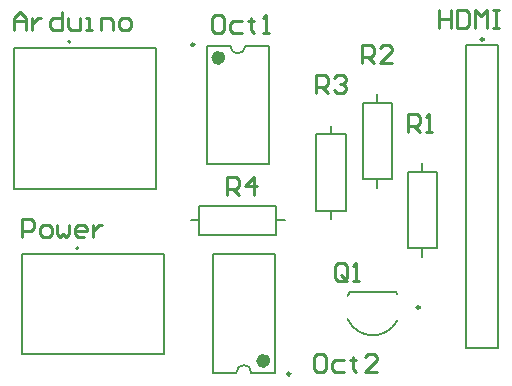
<source format=gbr>
%TF.GenerationSoftware,Altium Limited,Altium Designer,24.10.1 (45)*%
G04 Layer_Color=65535*
%FSLAX45Y45*%
%MOMM*%
%TF.SameCoordinates,84579A9D-6CBE-44F1-8994-53D447095AA9*%
%TF.FilePolarity,Positive*%
%TF.FileFunction,Legend,Top*%
%TF.Part,Single*%
G01*
G75*
%TA.AperFunction,NonConductor*%
%ADD22C,0.20000*%
%ADD23C,0.25000*%
%ADD24C,0.60000*%
%ADD25C,0.12700*%
%ADD26C,0.25400*%
D22*
X1892300Y2862200D02*
G03*
X2019300Y2862200I63500J0D01*
G01*
X2070100Y96900D02*
G03*
X1943100Y96900I-63500J0D01*
G01*
X606900Y1149700D02*
G03*
X606900Y1149700I-10000J0D01*
G01*
X540400Y2897900D02*
G03*
X540400Y2897900I-10000J0D01*
G01*
X2885870Y548273D02*
G03*
X3306466Y537700I212930J99427D01*
G01*
X2905401Y781202D02*
G03*
X2885851Y747090I193399J-133502D01*
G01*
X3306486Y757664D02*
G03*
X3292199Y781202I-207686J-109964D01*
G01*
X1690800Y1862200D02*
Y2862200D01*
X2220800Y1862200D02*
Y2862200D01*
X1690800D02*
X1892300D01*
X2019300D02*
X2220800D01*
X1690800Y1862200D02*
X2220800D01*
X1630800Y1509300D02*
X2280800D01*
Y1259300D02*
Y1509300D01*
X1630800Y1259300D02*
X2280800D01*
X1630800D02*
Y1509300D01*
X1558300Y1384300D02*
X1630800D01*
X2280800D02*
X2353300D01*
X2271600Y96900D02*
Y1096900D01*
X1741600Y96900D02*
Y1096900D01*
X2070100Y96900D02*
X2271600D01*
X1741600D02*
X1943100D01*
X1741600Y1096900D02*
X2271600D01*
X3261900Y1732400D02*
Y2382400D01*
X3011900Y1732400D02*
X3261900D01*
X3011900D02*
Y2382400D01*
X3261900D01*
X3136900D02*
Y2454900D01*
Y1659900D02*
Y1732400D01*
X2618200Y1465700D02*
Y2115700D01*
X2868200D01*
Y1465700D02*
Y2115700D01*
X2618200Y1465700D02*
X2868200D01*
X2743200Y1393200D02*
Y1465700D01*
Y2115700D02*
Y2188200D01*
X3642900Y1148200D02*
Y1798200D01*
X3392900Y1148200D02*
X3642900D01*
X3392900D02*
Y1798200D01*
X3642900D01*
X3517900D02*
Y1870700D01*
Y1075700D02*
Y1148200D01*
X3891400Y302500D02*
Y2872500D01*
X4160400D01*
Y302500D02*
Y2872500D01*
X3891400Y302500D02*
X4160400D01*
X2905400Y781200D02*
X3292200D01*
D23*
X1587300Y2873200D02*
G03*
X1587300Y2873200I-12500J0D01*
G01*
X2400100Y85900D02*
G03*
X2400100Y85900I-12500J0D01*
G01*
X4038400Y2917500D02*
G03*
X4038400Y2917500I-12500J0D01*
G01*
X3496300Y647700D02*
G03*
X3496300Y647700I-12500J0D01*
G01*
D24*
X1820800Y2762200D02*
G03*
X1820800Y2762200I-30000J0D01*
G01*
X2201600Y196900D02*
G03*
X2201600Y196900I-30000J0D01*
G01*
D25*
X126900Y249700D02*
Y1099700D01*
Y249700D02*
X1326900D01*
Y1099700D01*
X126900D02*
X1326900D01*
X1260400Y1647900D02*
Y2847900D01*
X60400Y1647900D02*
X1260400D01*
X60400D02*
Y2847900D01*
X1260400D01*
D26*
X1816154Y3124175D02*
X1765370D01*
X1739978Y3098783D01*
Y2997217D01*
X1765370Y2971825D01*
X1816154D01*
X1841545Y2997217D01*
Y3098783D01*
X1816154Y3124175D01*
X1993896Y3073392D02*
X1917721D01*
X1892329Y3048000D01*
Y2997217D01*
X1917721Y2971825D01*
X1993896D01*
X2070072Y3098783D02*
Y3073392D01*
X2044680D01*
X2095463D01*
X2070072D01*
Y2997217D01*
X2095463Y2971825D01*
X2171639D02*
X2222422D01*
X2197030D01*
Y3124175D01*
X2171639Y3098783D01*
X1866941Y1600225D02*
Y1752575D01*
X1943117D01*
X1968508Y1727183D01*
Y1676400D01*
X1943117Y1651008D01*
X1866941D01*
X1917725D02*
X1968508Y1600225D01*
X2095467D02*
Y1752575D01*
X2019292Y1676400D01*
X2120859D01*
X2679762Y253975D02*
X2628978D01*
X2603586Y228583D01*
Y127017D01*
X2628978Y101625D01*
X2679762D01*
X2705154Y127017D01*
Y228583D01*
X2679762Y253975D01*
X2857504Y203192D02*
X2781329D01*
X2755937Y177800D01*
Y127017D01*
X2781329Y101625D01*
X2857504D01*
X2933680Y228583D02*
Y203192D01*
X2908288D01*
X2959071D01*
X2933680D01*
Y127017D01*
X2959071Y101625D01*
X3136814D02*
X3035247D01*
X3136814Y203192D01*
Y228583D01*
X3111422Y253975D01*
X3060639D01*
X3035247Y228583D01*
X124460Y1247140D02*
Y1399491D01*
X200635D01*
X226027Y1374099D01*
Y1323315D01*
X200635Y1297923D01*
X124460D01*
X302203Y1247140D02*
X352986D01*
X378378Y1272532D01*
Y1323315D01*
X352986Y1348707D01*
X302203D01*
X276811Y1323315D01*
Y1272532D01*
X302203Y1247140D01*
X429161Y1348707D02*
Y1272532D01*
X454553Y1247140D01*
X479945Y1272532D01*
X505337Y1247140D01*
X530729Y1272532D01*
Y1348707D01*
X657688Y1247140D02*
X606904D01*
X581512Y1272532D01*
Y1323315D01*
X606904Y1348707D01*
X657688D01*
X683079Y1323315D01*
Y1297923D01*
X581512D01*
X733863Y1348707D02*
Y1247140D01*
Y1297923D01*
X759255Y1323315D01*
X784646Y1348707D01*
X810038D01*
X3009941Y2717825D02*
Y2870175D01*
X3086117D01*
X3111508Y2844783D01*
Y2794000D01*
X3086117Y2768608D01*
X3009941D01*
X3060725D02*
X3111508Y2717825D01*
X3263859D02*
X3162292D01*
X3263859Y2819392D01*
Y2844783D01*
X3238467Y2870175D01*
X3187684D01*
X3162292Y2844783D01*
X58420Y2994660D02*
Y3096227D01*
X109203Y3147011D01*
X159987Y3096227D01*
Y2994660D01*
Y3070835D01*
X58420D01*
X210771Y3096227D02*
Y2994660D01*
Y3045443D01*
X236163Y3070835D01*
X261554Y3096227D01*
X286946D01*
X464689Y3147011D02*
Y2994660D01*
X388513D01*
X363121Y3020052D01*
Y3070835D01*
X388513Y3096227D01*
X464689D01*
X515472D02*
Y3020052D01*
X540864Y2994660D01*
X617039D01*
Y3096227D01*
X667823Y2994660D02*
X718606D01*
X693215D01*
Y3096227D01*
X667823D01*
X794782Y2994660D02*
Y3096227D01*
X870957D01*
X896349Y3070835D01*
Y2994660D01*
X972524D02*
X1023308D01*
X1048700Y3020052D01*
Y3070835D01*
X1023308Y3096227D01*
X972524D01*
X947132Y3070835D01*
Y3020052D01*
X972524Y2994660D01*
X2616241Y2463825D02*
Y2616175D01*
X2692417D01*
X2717808Y2590783D01*
Y2540000D01*
X2692417Y2514608D01*
X2616241D01*
X2667025D02*
X2717808Y2463825D01*
X2768592Y2590783D02*
X2793984Y2616175D01*
X2844767D01*
X2870159Y2590783D01*
Y2565392D01*
X2844767Y2540000D01*
X2819375D01*
X2844767D01*
X2870159Y2514608D01*
Y2489217D01*
X2844767Y2463825D01*
X2793984D01*
X2768592Y2489217D01*
X3398520Y2131060D02*
Y2283411D01*
X3474695D01*
X3500087Y2258019D01*
Y2207235D01*
X3474695Y2181843D01*
X3398520D01*
X3449303D02*
X3500087Y2131060D01*
X3550871D02*
X3601654D01*
X3576263D01*
Y2283411D01*
X3550871Y2258019D01*
X3657682Y3162275D02*
Y3009925D01*
Y3086100D01*
X3759250D01*
Y3162275D01*
Y3009925D01*
X3810033Y3162275D02*
Y3009925D01*
X3886208D01*
X3911600Y3035317D01*
Y3136883D01*
X3886208Y3162275D01*
X3810033D01*
X3962384Y3009925D02*
Y3162275D01*
X4013167Y3111492D01*
X4063951Y3162275D01*
Y3009925D01*
X4114734Y3162275D02*
X4165518D01*
X4140126D01*
Y3009925D01*
X4114734D01*
X4165518D01*
X2882867Y894072D02*
Y995639D01*
X2857475Y1021031D01*
X2806692D01*
X2781300Y995639D01*
Y894072D01*
X2806692Y868680D01*
X2857475D01*
X2832083Y919463D02*
X2882867Y868680D01*
X2857475D02*
X2882867Y894072D01*
X2933651Y868680D02*
X2984434D01*
X2959043D01*
Y1021031D01*
X2933651Y995639D01*
%TF.MD5,083760547d00479e38cb253336207d76*%
M02*

</source>
